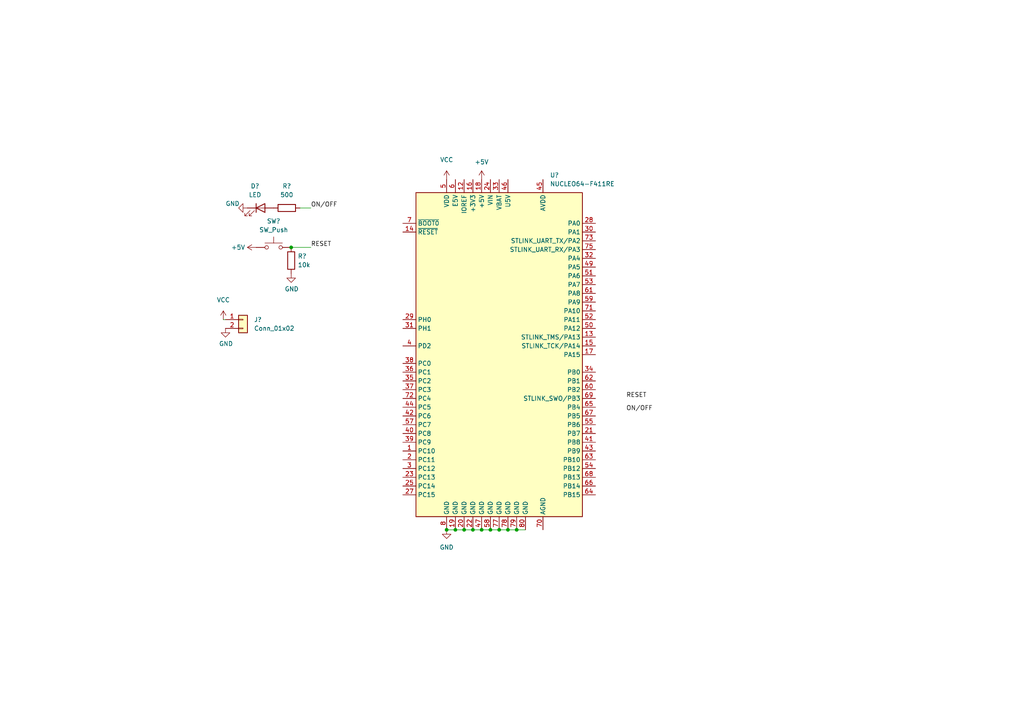
<source format=kicad_sch>
(kicad_sch (version 20211123) (generator eeschema)
  (paper "A4")
  (lib_symbols
    (symbol "Connector_Generic:Conn_01x02" (pin_names (offset 1.016) hide)
      (property "Reference" "J" (at 0 2.54 0))
      (property "Value" "Conn_01x02" (at 0 -5.08 0))
      (symbol "Conn_01x02_1_1"
        (rectangle (start -1.27 -2.413) (end 0 -2.667) (stroke (width 0.1524)))
        (rectangle (start -1.27 0.127) (end 0 -0.127) (stroke (width 0.1524)))
        (rectangle (start -1.27 1.27) (end 1.27 -3.81) (stroke (width 0.254)) (fill (type background)))
        (pin passive line (at -5.08 0 0) (length 3.81) (name "Pin_1") (number "1"))
        (pin passive line (at -5.08 -2.54 0) (length 3.81) (name "Pin_2") (number "2"))
      )
    )
    (symbol "Device:LED" (pin_numbers hide) (pin_names (offset 1.016) hide)
      (property "Reference" "D" (at 0 2.54 0))
      (property "Value" "LED" (at 0 -2.54 0))
      (symbol "LED_0_1"
        (polyline (pts (xy -1.27 -1.27) (xy -1.27 1.27)) (stroke (width 0.254)))
        (polyline (pts (xy -1.27 0) (xy 1.27 0)))
        (polyline (pts (xy 1.27 -1.27) (xy 1.27 1.27) (xy -1.27 0) (xy 1.27 -1.27)) (stroke (width 0.254)))
        (polyline (pts (xy -3.048 -0.762) (xy -4.572 -2.286) (xy -3.81 -2.286) (xy -4.572 -2.286) (xy -4.572 -1.524)))
        (polyline (pts (xy -1.778 -0.762) (xy -3.302 -2.286) (xy -2.54 -2.286) (xy -3.302 -2.286) (xy -3.302 -1.524)))
      )
      (symbol "LED_1_1"
        (pin passive line (at -3.81 0 0) (length 2.54) (name "K") (number "1"))
        (pin passive line (at 3.81 0 180) (length 2.54) (name "A") (number "2"))
      )
    )
    (symbol "Device:R" (pin_numbers hide) (pin_names (offset 0))
      (property "Reference" "R" (at 2.032 0 90))
      (property "Value" "R" (at 0 0 90))
      (symbol "R_0_1"
        (rectangle (start -1.016 -2.54) (end 1.016 2.54) (stroke (width 0.254)))
      )
      (symbol "R_1_1"
        (pin passive line (at 0 3.81 270) (length 1.27) (name "~") (number "1"))
        (pin passive line (at 0 -3.81 90) (length 1.27) (name "~") (number "2"))
      )
    )
    (symbol "MCU_Module:NUCLEO64-F411RE"
      (property "Reference" "U" (at -17.78 50.165 0))
      (property "Value" "NUCLEO64-F411RE" (at -17.78 48.26 0))
      (symbol "NUCLEO64-F411RE_0_1"
        (rectangle (start -24.13 -46.99) (end 24.13 46.99) (stroke (width 0.254)) (fill (type background)))
      )
      (symbol "NUCLEO64-F411RE_1_1"
        (pin bidirectional line (at -27.94 -27.94 0) (length 3.81) (name "PC10") (number "1"))
        (pin no_connect line (at -27.94 20.32 0) (length 3.81) hide (name "NC") (number "10"))
        (pin no_connect line (at -27.94 15.24 0) (length 3.81) hide (name "NC") (number "11"))
        (pin power_in line (at -10.16 50.8 270) (length 3.81) (name "IOREF") (number "12"))
        (pin bidirectional line (at 27.94 5.08 180) (length 3.81) (name "STLINK_TMS/PA13") (number "13"))
        (pin input line (at -27.94 35.56 0) (length 3.81) (name "~{RESET}") (number "14"))
        (pin bidirectional line (at 27.94 2.54 180) (length 3.81) (name "STLINK_TCK/PA14") (number "15"))
        (pin power_in line (at -7.62 50.8 270) (length 3.81) (name "+3V3") (number "16"))
        (pin bidirectional line (at 27.94 0 180) (length 3.81) (name "PA15") (number "17"))
        (pin power_in line (at -5.08 50.8 270) (length 3.81) (name "+5V") (number "18"))
        (pin power_in line (at -12.7 -50.8 90) (length 3.81) (name "GND") (number "19"))
        (pin bidirectional line (at -27.94 -30.48 0) (length 3.81) (name "PC11") (number "2"))
        (pin power_in line (at -10.16 -50.8 90) (length 3.81) (name "GND") (number "20"))
        (pin bidirectional line (at 27.94 -22.86 180) (length 3.81) (name "PB7") (number "21"))
        (pin power_in line (at -7.62 -50.8 90) (length 3.81) (name "GND") (number "22"))
        (pin bidirectional line (at -27.94 -35.56 0) (length 3.81) (name "PC13") (number "23"))
        (pin power_in line (at -2.54 50.8 270) (length 3.81) (name "VIN") (number "24"))
        (pin bidirectional line (at -27.94 -38.1 0) (length 3.81) (name "PC14") (number "25"))
        (pin no_connect line (at -27.94 22.86 0) (length 3.81) hide (name "NC") (number "26"))
        (pin bidirectional line (at -27.94 -40.64 0) (length 3.81) (name "PC15") (number "27"))
        (pin bidirectional line (at 27.94 38.1 180) (length 3.81) (name "PA0") (number "28"))
        (pin bidirectional line (at -27.94 10.16 0) (length 3.81) (name "PH0") (number "29"))
        (pin bidirectional line (at -27.94 -33.02 0) (length 3.81) (name "PC12") (number "3"))
        (pin bidirectional line (at 27.94 35.56 180) (length 3.81) (name "PA1") (number "30"))
        (pin bidirectional line (at -27.94 7.62 0) (length 3.81) (name "PH1") (number "31"))
        (pin bidirectional line (at 27.94 27.94 180) (length 3.81) (name "PA4") (number "32"))
        (pin power_in line (at 0 50.8 270) (length 3.81) (name "VBAT") (number "33"))
        (pin bidirectional line (at 27.94 -5.08 180) (length 3.81) (name "PB0") (number "34"))
        (pin bidirectional line (at -27.94 -7.62 0) (length 3.81) (name "PC2") (number "35"))
        (pin bidirectional line (at -27.94 -5.08 0) (length 3.81) (name "PC1") (number "36"))
        (pin bidirectional line (at -27.94 -10.16 0) (length 3.81) (name "PC3") (number "37"))
        (pin bidirectional line (at -27.94 -2.54 0) (length 3.81) (name "PC0") (number "38"))
        (pin bidirectional line (at -27.94 -25.4 0) (length 3.81) (name "PC9") (number "39"))
        (pin bidirectional line (at -27.94 2.54 0) (length 3.81) (name "PD2") (number "4"))
        (pin bidirectional line (at -27.94 -22.86 0) (length 3.81) (name "PC8") (number "40"))
        (pin bidirectional line (at 27.94 -25.4 180) (length 3.81) (name "PB8") (number "41"))
        (pin bidirectional line (at -27.94 -17.78 0) (length 3.81) (name "PC6") (number "42"))
        (pin bidirectional line (at 27.94 -27.94 180) (length 3.81) (name "PB9") (number "43"))
        (pin bidirectional line (at -27.94 -15.24 0) (length 3.81) (name "PC5") (number "44"))
        (pin power_in line (at 12.7 50.8 270) (length 3.81) (name "AVDD") (number "45"))
        (pin power_in line (at 2.54 50.8 270) (length 3.81) (name "U5V") (number "46"))
        (pin power_in line (at -5.08 -50.8 90) (length 3.81) (name "GND") (number "47"))
        (pin no_connect line (at -27.94 25.4 0) (length 3.81) hide (name "NC") (number "48"))
        (pin bidirectional line (at 27.94 25.4 180) (length 3.81) (name "PA5") (number "49"))
        (pin power_in line (at -15.24 50.8 270) (length 3.81) (name "VDD") (number "5"))
        (pin bidirectional line (at 27.94 7.62 180) (length 3.81) (name "PA12") (number "50"))
        (pin bidirectional line (at 27.94 22.86 180) (length 3.81) (name "PA6") (number "51"))
        (pin bidirectional line (at 27.94 10.16 180) (length 3.81) (name "PA11") (number "52"))
        (pin bidirectional line (at 27.94 20.32 180) (length 3.81) (name "PA7") (number "53"))
        (pin bidirectional line (at 27.94 -33.02 180) (length 3.81) (name "PB12") (number "54"))
        (pin bidirectional line (at 27.94 -20.32 180) (length 3.81) (name "PB6") (number "55"))
        (pin no_connect line (at -27.94 33.02 0) (length 3.81) hide (name "NC") (number "56"))
        (pin bidirectional line (at -27.94 -20.32 0) (length 3.81) (name "PC7") (number "57"))
        (pin power_in line (at -2.54 -50.8 90) (length 3.81) (name "GND") (number "58"))
        (pin bidirectional line (at 27.94 15.24 180) (length 3.81) (name "PA9") (number "59"))
        (pin power_in line (at -12.7 50.8 270) (length 3.81) (name "E5V") (number "6"))
        (pin bidirectional line (at 27.94 -10.16 180) (length 3.81) (name "PB2") (number "60"))
        (pin bidirectional line (at 27.94 17.78 180) (length 3.81) (name "PA8") (number "61"))
        (pin bidirectional line (at 27.94 -7.62 180) (length 3.81) (name "PB1") (number "62"))
        (pin bidirectional line (at 27.94 -30.48 180) (length 3.81) (name "PB10") (number "63"))
        (pin bidirectional line (at 27.94 -40.64 180) (length 3.81) (name "PB15") (number "64"))
        (pin bidirectional line (at 27.94 -15.24 180) (length 3.81) (name "PB4") (number "65"))
        (pin bidirectional line (at 27.94 -38.1 180) (length 3.81) (name "PB14") (number "66"))
        (pin bidirectional line (at 27.94 -17.78 180) (length 3.81) (name "PB5") (number "67"))
        (pin bidirectional line (at 27.94 -35.56 180) (length 3.81) (name "PB13") (number "68"))
        (pin bidirectional line (at 27.94 -12.7 180) (length 3.81) (name "STLINK_SWO/PB3") (number "69"))
        (pin input line (at -27.94 38.1 0) (length 3.81) (name "~{BOOT0}") (number "7"))
        (pin power_in line (at 12.7 -50.8 90) (length 3.81) (name "AGND") (number "70"))
        (pin bidirectional line (at 27.94 12.7 180) (length 3.81) (name "PA10") (number "71"))
        (pin bidirectional line (at -27.94 -12.7 0) (length 3.81) (name "PC4") (number "72"))
        (pin bidirectional line (at 27.94 33.02 180) (length 3.81) (name "STLINK_UART_TX/PA2") (number "73"))
        (pin no_connect line (at -27.94 30.48 0) (length 3.81) hide (name "NC") (number "74"))
        (pin bidirectional line (at 27.94 30.48 180) (length 3.81) (name "STLINK_UART_RX/PA3") (number "75"))
        (pin no_connect line (at -27.94 27.94 0) (length 3.81) hide (name "NC") (number "76"))
        (pin power_in line (at 0 -50.8 90) (length 3.81) (name "GND") (number "77"))
        (pin power_in line (at 2.54 -50.8 90) (length 3.81) (name "GND") (number "78"))
        (pin power_in line (at 5.08 -50.8 90) (length 3.81) (name "GND") (number "79"))
        (pin power_in line (at -15.24 -50.8 90) (length 3.81) (name "GND") (number "8"))
        (pin power_in line (at 7.62 -50.8 90) (length 3.81) (name "GND") (number "80"))
        (pin no_connect line (at -27.94 17.78 0) (length 3.81) hide (name "NC") (number "9"))
      )
    )
    (symbol "Switch:SW_Push" (pin_numbers hide) (pin_names (offset 1.016) hide)
      (property "Reference" "SW" (at 1.27 2.54 0))
      (property "Value" "SW_Push" (at 0 -1.524 0))
      (symbol "SW_Push_0_1"
        (circle (center -2.032 0) (radius 0.508))
        (polyline (pts (xy 0 1.27) (xy 0 3.048)))
        (polyline (pts (xy 2.54 1.27) (xy -2.54 1.27)))
        (circle (center 2.032 0) (radius 0.508))
        (pin passive line (at -5.08 0 0) (length 2.54) (name "1") (number "1"))
        (pin passive line (at 5.08 0 180) (length 2.54) (name "2") (number "2"))
      )
    )
    (symbol "power:+5V" (power) (pin_names (offset 0))
      (property "Value" "+5V" (at 0 3.556 0))
      (symbol "+5V_0_1"
        (polyline (pts (xy -0.762 1.27) (xy 0 2.54)))
        (polyline (pts (xy 0 0) (xy 0 2.54)))
        (polyline (pts (xy 0 2.54) (xy 0.762 1.27)))
      )
      (symbol "+5V_1_1"
        (pin power_in line (at 0 0 90) (length 0) hide (name "+5V") (number "1"))
      )
    )
    (symbol "power:GND" (power) (pin_names (offset 0))
      (property "Value" "GND" (at 0 -3.81 0))
      (symbol "GND_0_1"
        (polyline (pts (xy 0 0) (xy 0 -1.27) (xy 1.27 -1.27) (xy 0 -2.54) (xy -1.27 -1.27) (xy 0 -1.27)))
      )
      (symbol "GND_1_1"
        (pin power_in line (at 0 0 270) (length 0) hide (name "GND") (number "1"))
      )
    )
    (symbol "power:VCC" (power) (pin_names (offset 0))
      (property "Value" "VCC" (at 0 3.81 0))
      (symbol "VCC_0_1"
        (polyline (pts (xy -0.762 1.27) (xy 0 2.54)))
        (polyline (pts (xy 0 0) (xy 0 2.54)))
        (polyline (pts (xy 0 2.54) (xy 0.762 1.27)))
      )
      (symbol "VCC_1_1"
        (pin power_in line (at 0 0 90) (length 0) hide (name "VCC") (number "1"))
      )
    )
  )
  (junction (at 134.62 153.67))
  (junction (at 129.54 153.67))
  (junction (at 139.7 153.67))
  (junction (at 144.78 153.67))
  (junction (at 137.16 153.67))
  (junction (at 84.455 71.755))
  (junction (at 142.24 153.67))
  (junction (at 132.08 153.67))
  (junction (at 147.32 153.67))
  (junction (at 149.86 153.67))
  (wire (pts (xy 90.17 60.325) (xy 86.995 60.325)))
  (wire (pts (xy 139.7 153.67) (xy 142.24 153.67)))
  (wire (pts (xy 144.78 153.67) (xy 147.32 153.67)))
  (wire (pts (xy 137.16 153.67) (xy 139.7 153.67)))
  (wire (pts (xy 129.54 153.67) (xy 132.08 153.67)))
  (wire (pts (xy 142.24 153.67) (xy 144.78 153.67)))
  (wire (pts (xy 149.86 153.67) (xy 152.4 153.67)))
  (wire (pts (xy 90.17 71.755) (xy 84.455 71.755)))
  (wire (pts (xy 134.62 153.67) (xy 137.16 153.67)))
  (wire (pts (xy 132.08 153.67) (xy 134.62 153.67)))
  (wire (pts (xy 64.77 92.71) (xy 65.405 92.71)))
  (wire (pts (xy 147.32 153.67) (xy 149.86 153.67)))
  (label "ON{slash}OFF" (at 181.61 119.38 0))
  (label "RESET" (at 90.17 71.755 0))
  (label "RESET" (at 181.61 115.57 0))
  (label "ON{slash}OFF" (at 90.17 60.325 0))
  (symbol (lib_id "power:+5V") (at 74.295 71.755 90) (unit 1)
    (property "Reference" "#PWR?" (effects hide))
    (property "Value" "+5V" (at 71.12 71.7549 90) (effects (justify left)))
  )
  (symbol (lib_id "power:GND") (at 65.405 95.25 0) (unit 1)
    (property "Reference" "#PWR?" (effects hide))
    (property "Value" "GND" (at 63.5 99.695 0) (effects (justify left)))
  )
  (symbol (lib_id "Device:LED") (at 75.565 60.325 0) (unit 1)
    (property "Reference" "D?" (at 73.9775 53.975 0))
    (property "Value" "LED" (at 73.9775 56.515 0))
  )
  (symbol (lib_id "power:GND") (at 71.755 60.325 270) (unit 1)
    (property "Reference" "#PWR?" (effects hide))
    (property "Value" "GND" (at 65.405 59.055 90) (effects (justify left)))
  )
  (symbol (lib_id "power:GND") (at 84.455 79.375 0) (unit 1)
    (property "Reference" "#PWR?" (effects hide))
    (property "Value" "GND" (at 82.55 83.82 0) (effects (justify left)))
  )
  (symbol (lib_id "power:+5V") (at 139.7 52.07 0) (unit 1)
    (property "Reference" "#PWR?" (effects hide))
    (property "Value" "+5V" (at 139.7 46.99 0))
  )
  (symbol (lib_id "power:GND") (at 129.54 153.67 0) (unit 1)
    (property "Reference" "#PWR?" (effects hide))
    (property "Value" "GND" (at 129.54 158.75 0))
  )
  (symbol (lib_id "Switch:SW_Push") (at 79.375 71.755 0) (unit 1)
    (property "Reference" "SW?" (at 79.375 64.135 0))
    (property "Value" "SW_Push" (at 79.375 66.675 0))
  )
  (symbol (lib_id "Connector_Generic:Conn_01x02") (at 70.485 92.71 0) (unit 1)
    (property "Reference" "J?" (at 73.66 92.7099 0) (effects (justify left)))
    (property "Value" "Conn_01x02" (at 73.66 95.2499 0) (effects (justify left)))
  )
  (symbol (lib_id "power:VCC") (at 129.54 52.07 0) (unit 1)
    (property "Reference" "#PWR?" (effects hide))
    (property "Value" "VCC" (at 129.54 46.355 0))
  )
  (symbol (lib_id "power:VCC") (at 64.77 92.71 0) (unit 1)
    (property "Reference" "#PWR?" (effects hide))
    (property "Value" "VCC" (at 64.77 86.995 0))
  )
  (symbol (lib_id "Device:R") (at 84.455 75.565 180) (unit 1)
    (property "Reference" "R?" (at 86.36 74.2949 0) (effects (justify right)))
    (property "Value" "10k" (at 86.36 76.8349 0) (effects (justify right)))
  )
  (symbol (lib_id "Device:R") (at 83.185 60.325 90) (unit 1)
    (property "Reference" "R?" (at 83.185 53.975 90))
    (property "Value" "500" (at 83.185 56.515 90))
  )
  (symbol (lib_id "MCU_Module:NUCLEO64-F411RE") (at 144.78 102.87 0) (unit 1)
    (property "Reference" "U?" (at 159.4994 50.8 0) (effects (justify left)))
    (property "Value" "NUCLEO64-F411RE" (at 159.4994 53.34 0) (effects (justify left)))
    (property "Footprint" "Module:ST_Morpho_Connector_144_STLink" (effects hide))
    (property "Datasheet" "http://www.st.com/st-web-ui/static/active/en/resource/technical/document/data_brief/DM00105918.pdf" (effects hide))
  )
)
</source>
